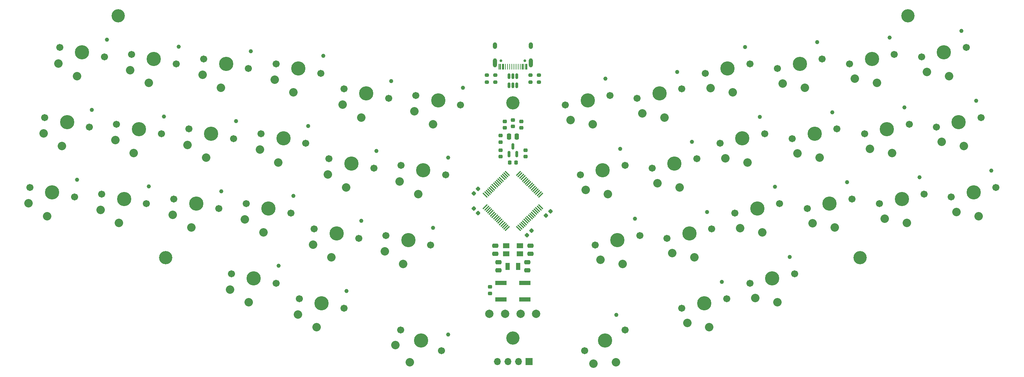
<source format=gbr>
%TF.GenerationSoftware,KiCad,Pcbnew,7.0.2*%
%TF.CreationDate,2023-06-24T23:52:28+10:00*%
%TF.ProjectId,keyboard,6b657962-6f61-4726-942e-6b696361645f,v1.0.0*%
%TF.SameCoordinates,Original*%
%TF.FileFunction,Soldermask,Top*%
%TF.FilePolarity,Negative*%
%FSLAX46Y46*%
G04 Gerber Fmt 4.6, Leading zero omitted, Abs format (unit mm)*
G04 Created by KiCad (PCBNEW 7.0.2) date 2023-06-24 23:52:28*
%MOMM*%
%LPD*%
G01*
G04 APERTURE LIST*
G04 Aperture macros list*
%AMRoundRect*
0 Rectangle with rounded corners*
0 $1 Rounding radius*
0 $2 $3 $4 $5 $6 $7 $8 $9 X,Y pos of 4 corners*
0 Add a 4 corners polygon primitive as box body*
4,1,4,$2,$3,$4,$5,$6,$7,$8,$9,$2,$3,0*
0 Add four circle primitives for the rounded corners*
1,1,$1+$1,$2,$3*
1,1,$1+$1,$4,$5*
1,1,$1+$1,$6,$7*
1,1,$1+$1,$8,$9*
0 Add four rect primitives between the rounded corners*
20,1,$1+$1,$2,$3,$4,$5,0*
20,1,$1+$1,$4,$5,$6,$7,0*
20,1,$1+$1,$6,$7,$8,$9,0*
20,1,$1+$1,$8,$9,$2,$3,0*%
G04 Aperture macros list end*
%ADD10R,2.800000X1.000000*%
%ADD11RoundRect,0.225000X0.250000X-0.225000X0.250000X0.225000X-0.250000X0.225000X-0.250000X-0.225000X0*%
%ADD12R,1.700000X1.700000*%
%ADD13O,1.700000X1.700000*%
%ADD14C,1.701800*%
%ADD15C,3.429000*%
%ADD16C,0.990600*%
%ADD17C,2.032000*%
%ADD18R,1.000000X1.800000*%
%ADD19RoundRect,0.225000X-0.017678X0.335876X-0.335876X0.017678X0.017678X-0.335876X0.335876X-0.017678X0*%
%ADD20C,2.000000*%
%ADD21RoundRect,0.225000X0.017678X-0.335876X0.335876X-0.017678X-0.017678X0.335876X-0.335876X0.017678X0*%
%ADD22RoundRect,0.150000X-0.150000X0.512500X-0.150000X-0.512500X0.150000X-0.512500X0.150000X0.512500X0*%
%ADD23RoundRect,0.150000X0.150000X-0.587500X0.150000X0.587500X-0.150000X0.587500X-0.150000X-0.587500X0*%
%ADD24RoundRect,0.250000X0.475000X-0.250000X0.475000X0.250000X-0.475000X0.250000X-0.475000X-0.250000X0*%
%ADD25RoundRect,0.200000X-0.275000X0.200000X-0.275000X-0.200000X0.275000X-0.200000X0.275000X0.200000X0*%
%ADD26RoundRect,0.075000X-0.441942X-0.548008X0.548008X0.441942X0.441942X0.548008X-0.548008X-0.441942X0*%
%ADD27RoundRect,0.075000X0.441942X-0.548008X0.548008X-0.441942X-0.441942X0.548008X-0.548008X0.441942X0*%
%ADD28RoundRect,0.250000X-0.475000X0.250000X-0.475000X-0.250000X0.475000X-0.250000X0.475000X0.250000X0*%
%ADD29RoundRect,0.225000X0.335876X0.017678X0.017678X0.335876X-0.335876X-0.017678X-0.017678X-0.335876X0*%
%ADD30RoundRect,0.225000X-0.250000X0.225000X-0.250000X-0.225000X0.250000X-0.225000X0.250000X0.225000X0*%
%ADD31RoundRect,0.225000X0.225000X0.250000X-0.225000X0.250000X-0.225000X-0.250000X0.225000X-0.250000X0*%
%ADD32C,3.200000*%
%ADD33RoundRect,0.250000X0.250000X0.475000X-0.250000X0.475000X-0.250000X-0.475000X0.250000X-0.475000X0*%
%ADD34C,0.650000*%
%ADD35R,0.250000X1.450000*%
%ADD36R,0.300000X1.450000*%
%ADD37RoundRect,0.500000X0.000000X0.600000X0.000000X0.600000X0.000000X-0.600000X0.000000X-0.600000X0*%
%ADD38RoundRect,0.500000X0.000000X0.300000X0.000000X0.300000X0.000000X-0.300000X0.000000X-0.300000X0*%
%ADD39RoundRect,0.218750X-0.256250X0.218750X-0.256250X-0.218750X0.256250X-0.218750X0.256250X0.218750X0*%
%ADD40R,1.600000X1.300000*%
G04 APERTURE END LIST*
D10*
%TO.C,SW43*%
X202899987Y-123750000D03*
X197099987Y-123750000D03*
X202899987Y-119750000D03*
X197099987Y-119750000D03*
%TD*%
D11*
%TO.C,C17*%
X194500000Y-120725000D03*
X194500000Y-122275000D03*
%TD*%
D12*
%TO.C,J2*%
X203849987Y-138750000D03*
D13*
X201309987Y-138750000D03*
X198769987Y-138750000D03*
X196229987Y-138750000D03*
%TD*%
D14*
%TO.C,SW38*%
X284634453Y-83784728D03*
D15*
X290014265Y-82641214D03*
D16*
X294246966Y-77447695D03*
D14*
X295394077Y-81497700D03*
D17*
X291240944Y-88412285D03*
X285913591Y-87397733D03*
%TD*%
D14*
%TO.C,SW1*%
X90903533Y-62994472D03*
D15*
X96283345Y-64137986D03*
D16*
X102262505Y-61115065D03*
D14*
X101663157Y-65281500D03*
D17*
X95056666Y-69909057D03*
X90602543Y-66815388D03*
%TD*%
D14*
%TO.C,SW40*%
X298336846Y-65281500D03*
D15*
X303716658Y-64137986D03*
D16*
X307949359Y-58944467D03*
D14*
X309096470Y-62994472D03*
D17*
X304943337Y-69909057D03*
X299615984Y-68894505D03*
%TD*%
D18*
%TO.C,Y2*%
X198750000Y-115750000D03*
X201250000Y-115750000D03*
%TD*%
D19*
%TO.C,C10*%
X191648008Y-97051992D03*
X190551992Y-98148008D03*
%TD*%
D14*
%TO.C,SW9*%
X118412274Y-99511854D03*
D15*
X123792086Y-100655368D03*
D16*
X129771246Y-97632447D03*
D14*
X129171898Y-101798882D03*
D17*
X122565407Y-106426439D03*
X118111284Y-103332770D03*
%TD*%
D14*
%TO.C,SW11*%
X139391576Y-83779915D03*
D15*
X144771388Y-84923429D03*
D16*
X150750548Y-81900508D03*
D14*
X150151200Y-86066943D03*
D17*
X143544709Y-90694500D03*
X139090586Y-87600831D03*
%TD*%
D14*
%TO.C,SW16*%
X152158367Y-106684807D03*
D15*
X157538179Y-107828321D03*
D16*
X163517339Y-104805400D03*
D14*
X162917991Y-108971835D03*
D17*
X156311500Y-113599392D03*
X151857377Y-110505723D03*
%TD*%
D14*
%TO.C,SW34*%
X263655151Y-68052790D03*
D15*
X269034963Y-66909276D03*
D16*
X273267664Y-61715757D03*
D14*
X274414775Y-65765762D03*
D17*
X270261642Y-72680347D03*
X264934289Y-71665795D03*
%TD*%
D20*
%TO.C,TP3*%
X205600000Y-127250000D03*
%TD*%
D14*
%TO.C,SW15*%
X155744843Y-89811761D03*
D15*
X161124655Y-90955275D03*
D16*
X167103815Y-87932354D03*
D14*
X166504467Y-92098789D03*
D17*
X159897976Y-96726346D03*
X155443853Y-93632677D03*
%TD*%
D21*
%TO.C,C12*%
X203351992Y-108248008D03*
X204448008Y-107151992D03*
%TD*%
D22*
%TO.C,U2*%
X200950002Y-69862500D03*
X200000002Y-69862500D03*
X199050002Y-69862500D03*
X199050002Y-72137500D03*
X200000002Y-72137500D03*
X200950002Y-72137500D03*
%TD*%
D23*
%TO.C,U1*%
X199050000Y-88687500D03*
X200950000Y-88687500D03*
X200000000Y-86812500D03*
%TD*%
D24*
%TO.C,C6*%
X195750000Y-112700000D03*
X195750000Y-110800000D03*
%TD*%
D25*
%TO.C,R3*%
X195750000Y-69675000D03*
X195750000Y-71325000D03*
%TD*%
D20*
%TO.C,TP2*%
X198100000Y-127250000D03*
%TD*%
D14*
%TO.C,SW20*%
X169447236Y-108314989D03*
D15*
X174827048Y-109458503D03*
D16*
X180806208Y-106435582D03*
D14*
X180206860Y-110602017D03*
D17*
X173600369Y-115229574D03*
X169146246Y-112135905D03*
%TD*%
D14*
%TO.C,SW14*%
X159331320Y-72938715D03*
D15*
X164711132Y-74082229D03*
D16*
X170690292Y-71059308D03*
D14*
X170090944Y-75225743D03*
D17*
X163484453Y-79853300D03*
X159030330Y-76759631D03*
%TD*%
D14*
%TO.C,SW32*%
X253435279Y-102939989D03*
D15*
X258815091Y-101796475D03*
D16*
X263047792Y-96602956D03*
D14*
X264194903Y-100652961D03*
D17*
X260041770Y-107567546D03*
X254714417Y-106552994D03*
%TD*%
D14*
%TO.C,SW3*%
X83730580Y-96740565D03*
D15*
X89110392Y-97884079D03*
D16*
X95089552Y-94861158D03*
D14*
X94490204Y-99027593D03*
D17*
X87883713Y-103655150D03*
X83429590Y-100561481D03*
%TD*%
D14*
%TO.C,SW21*%
X172969724Y-131122243D03*
D15*
X177870260Y-133619191D03*
D16*
X184428074Y-132246794D03*
D14*
X182770796Y-136116139D03*
D17*
X175191716Y-138876129D03*
X171690063Y-134735063D03*
%TD*%
D11*
%TO.C,C2*%
X202000000Y-82370000D03*
X202000000Y-80820000D03*
%TD*%
D14*
%TO.C,SW5*%
X104605926Y-81497700D03*
D15*
X109985738Y-82641214D03*
D16*
X115964898Y-79618293D03*
D14*
X115365550Y-83784728D03*
D17*
X108759059Y-88412285D03*
X104304936Y-85318616D03*
%TD*%
D14*
%TO.C,SW36*%
X270828105Y-101798882D03*
D15*
X276207917Y-100655368D03*
D16*
X280440618Y-95461849D03*
D14*
X281587729Y-99511854D03*
D17*
X277434596Y-106426439D03*
X272107243Y-105411887D03*
%TD*%
D14*
%TO.C,SW7*%
X125585228Y-65765762D03*
D15*
X130965040Y-66909276D03*
D16*
X136944200Y-63886355D03*
D14*
X136344852Y-68052790D03*
D17*
X129738361Y-72680347D03*
X125284238Y-69586678D03*
%TD*%
D20*
%TO.C,TP4*%
X201850000Y-127250000D03*
%TD*%
D14*
%TO.C,SW4*%
X108192402Y-64624654D03*
D15*
X113572214Y-65768168D03*
D16*
X119551374Y-62745247D03*
D14*
X118952026Y-66911682D03*
D17*
X112345535Y-71539239D03*
X107891412Y-68445570D03*
%TD*%
D26*
%TO.C,U3*%
X193335519Y-101361181D03*
X193689072Y-101714734D03*
X194042625Y-102068287D03*
X194396179Y-102421841D03*
X194749732Y-102775394D03*
X195103286Y-103128948D03*
X195456839Y-103482501D03*
X195810392Y-103836054D03*
X196163946Y-104189608D03*
X196517499Y-104543161D03*
X196871052Y-104896714D03*
X197224606Y-105250268D03*
X197578159Y-105603821D03*
X197931713Y-105957375D03*
X198285266Y-106310928D03*
X198638819Y-106664481D03*
D27*
X201361181Y-106664481D03*
X201714734Y-106310928D03*
X202068287Y-105957375D03*
X202421841Y-105603821D03*
X202775394Y-105250268D03*
X203128948Y-104896714D03*
X203482501Y-104543161D03*
X203836054Y-104189608D03*
X204189608Y-103836054D03*
X204543161Y-103482501D03*
X204896714Y-103128948D03*
X205250268Y-102775394D03*
X205603821Y-102421841D03*
X205957375Y-102068287D03*
X206310928Y-101714734D03*
X206664481Y-101361181D03*
D26*
X206664481Y-98638819D03*
X206310928Y-98285266D03*
X205957375Y-97931713D03*
X205603821Y-97578159D03*
X205250268Y-97224606D03*
X204896714Y-96871052D03*
X204543161Y-96517499D03*
X204189608Y-96163946D03*
X203836054Y-95810392D03*
X203482501Y-95456839D03*
X203128948Y-95103286D03*
X202775394Y-94749732D03*
X202421841Y-94396179D03*
X202068287Y-94042625D03*
X201714734Y-93689072D03*
X201361181Y-93335519D03*
D27*
X198638819Y-93335519D03*
X198285266Y-93689072D03*
X197931713Y-94042625D03*
X197578159Y-94396179D03*
X197224606Y-94749732D03*
X196871052Y-95103286D03*
X196517499Y-95456839D03*
X196163946Y-95810392D03*
X195810392Y-96163946D03*
X195456839Y-96517499D03*
X195103286Y-96871052D03*
X194749732Y-97224606D03*
X194396179Y-97578159D03*
X194042625Y-97931713D03*
X193689072Y-98285266D03*
X193335519Y-98638819D03*
%TD*%
D28*
%TO.C,C8*%
X204250000Y-110800000D03*
X204250000Y-112700000D03*
%TD*%
D14*
%TO.C,SW19*%
X173033713Y-91441942D03*
D15*
X178413525Y-92585456D03*
D16*
X184392685Y-89562535D03*
D14*
X183793337Y-93728970D03*
D17*
X177186846Y-98356527D03*
X172732723Y-95262858D03*
%TD*%
D11*
%TO.C,C16*%
X203000000Y-89275000D03*
X203000000Y-87725000D03*
%TD*%
D14*
%TO.C,SW27*%
X233495536Y-92098789D03*
D15*
X238875348Y-90955275D03*
D16*
X243108049Y-85761756D03*
D14*
X244255160Y-89811761D03*
D17*
X240102027Y-96726346D03*
X234774674Y-95711794D03*
%TD*%
D25*
%TO.C,R4*%
X193750000Y-69675000D03*
X193750000Y-71325000D03*
%TD*%
%TO.C,R2*%
X206250000Y-69675000D03*
X206250000Y-71325000D03*
%TD*%
D29*
%TO.C,C11*%
X191648008Y-102948008D03*
X190551992Y-101851992D03*
%TD*%
D14*
%TO.C,SW17*%
X148571890Y-123557853D03*
D15*
X153951702Y-124701367D03*
D16*
X159930862Y-121678446D03*
D14*
X159331514Y-125844881D03*
D17*
X152725023Y-130472438D03*
X148270900Y-127378769D03*
%TD*%
D25*
%TO.C,R1*%
X204250000Y-69675000D03*
X204250000Y-71325000D03*
%TD*%
D20*
%TO.C,TP1*%
X194350000Y-127250000D03*
%TD*%
D14*
%TO.C,SW22*%
X212620189Y-76855924D03*
D15*
X218000001Y-75712410D03*
D16*
X222232702Y-70518891D03*
D14*
X223379813Y-74568896D03*
D17*
X219226680Y-81483481D03*
X213899327Y-80468929D03*
%TD*%
D14*
%TO.C,SW23*%
X216206666Y-93728970D03*
D15*
X221586478Y-92585456D03*
D16*
X225819179Y-87391937D03*
D14*
X226966290Y-91441942D03*
D17*
X222813157Y-98356527D03*
X217485804Y-97341975D03*
%TD*%
D30*
%TO.C,C1*%
X198000000Y-80820000D03*
X198000000Y-82370000D03*
%TD*%
D31*
%TO.C,C13*%
X200775000Y-90750000D03*
X199225000Y-90750000D03*
%TD*%
D14*
%TO.C,SW2*%
X87317056Y-79867519D03*
D15*
X92696868Y-81011033D03*
D16*
X98676028Y-77988112D03*
D14*
X98076680Y-82154547D03*
D17*
X91470189Y-86782104D03*
X87016066Y-83688435D03*
%TD*%
D32*
%TO.C,H6*%
X283572322Y-113658369D03*
%TD*%
D14*
%TO.C,SW25*%
X217229207Y-136116139D03*
D15*
X222129743Y-133619191D03*
D16*
X224874037Y-127507133D03*
D14*
X227030279Y-131122243D03*
D17*
X224808287Y-138876129D03*
X219399874Y-139274968D03*
%TD*%
D28*
%TO.C,C7*%
X196500000Y-114800000D03*
X196500000Y-116700000D03*
%TD*%
D14*
%TO.C,SW33*%
X257021756Y-119813036D03*
D15*
X262401568Y-118669522D03*
D16*
X266634269Y-113476003D03*
D14*
X267781380Y-117526008D03*
D17*
X263628247Y-124440593D03*
X258300894Y-123426041D03*
%TD*%
D30*
%TO.C,C5*%
X197000000Y-87725000D03*
X197000000Y-89275000D03*
%TD*%
D32*
%TO.C,H1*%
X104960704Y-55298957D03*
%TD*%
D33*
%TO.C,C3*%
X200950000Y-84500000D03*
X199050000Y-84500000D03*
%TD*%
D28*
%TO.C,C9*%
X203500000Y-114800000D03*
X203500000Y-116700000D03*
%TD*%
D14*
%TO.C,SW18*%
X176620189Y-74568896D03*
D15*
X182000001Y-75712410D03*
D16*
X187979161Y-72689489D03*
D14*
X187379813Y-76855924D03*
D17*
X180773322Y-81483481D03*
X176319199Y-78389812D03*
%TD*%
D14*
%TO.C,SW10*%
X142978053Y-66906869D03*
D15*
X148357865Y-68050383D03*
D16*
X154337025Y-65027462D03*
D14*
X153737677Y-69193897D03*
D17*
X147131186Y-73821454D03*
X142677063Y-70727785D03*
%TD*%
D32*
%TO.C,H5*%
X295039299Y-55298957D03*
%TD*%
D14*
%TO.C,SW8*%
X121998751Y-82638808D03*
D15*
X127378563Y-83782322D03*
D16*
X133357723Y-80759401D03*
D14*
X132758375Y-84925836D03*
D17*
X126151884Y-89553393D03*
X121697761Y-86459724D03*
%TD*%
D14*
%TO.C,SW42*%
X305509799Y-99027593D03*
D15*
X310889611Y-97884079D03*
D16*
X315122312Y-92690560D03*
D14*
X316269423Y-96740565D03*
D17*
X312116290Y-103655150D03*
X306788937Y-102640598D03*
%TD*%
D34*
%TO.C,J1*%
X202900000Y-66150000D03*
X197100000Y-66150000D03*
D35*
X203375000Y-67600000D03*
X202575000Y-67600000D03*
X201250000Y-67600000D03*
X200250000Y-67600000D03*
X199750000Y-67600000D03*
X198750000Y-67600000D03*
X197425000Y-67600000D03*
X196625000Y-67600000D03*
D36*
X196900000Y-67600000D03*
X197700000Y-67600000D03*
D35*
X198250000Y-67600000D03*
X199250000Y-67600000D03*
X200750000Y-67600000D03*
X201750000Y-67600000D03*
D36*
X202300000Y-67600000D03*
X203100000Y-67600000D03*
D37*
X204320000Y-66680000D03*
D38*
X204320000Y-62500000D03*
D37*
X195680000Y-66680000D03*
D38*
X195680000Y-62500000D03*
%TD*%
D14*
%TO.C,SW12*%
X135805100Y-100652961D03*
D15*
X141184912Y-101796475D03*
D16*
X147164072Y-98773554D03*
D14*
X146564724Y-102939989D03*
D17*
X139958233Y-107567546D03*
X135504110Y-104473877D03*
%TD*%
D14*
%TO.C,SW39*%
X288220930Y-100657774D03*
D15*
X293600742Y-99514260D03*
D16*
X297833443Y-94320741D03*
D14*
X298980554Y-98370746D03*
D17*
X294827421Y-105285331D03*
X289500068Y-104270779D03*
%TD*%
D39*
%TO.C,FB1*%
X200000000Y-80462500D03*
X200000000Y-82037500D03*
%TD*%
D40*
%TO.C,Y1*%
X198350000Y-112750000D03*
X201650000Y-112750000D03*
X201650000Y-110750000D03*
X198350000Y-110750000D03*
%TD*%
D14*
%TO.C,SW24*%
X219793143Y-110602017D03*
D15*
X225172955Y-109458503D03*
D16*
X229405656Y-104264984D03*
D14*
X230552767Y-108314989D03*
D17*
X226399634Y-115229574D03*
X221072281Y-114215022D03*
%TD*%
D14*
%TO.C,SW35*%
X267241628Y-84925836D03*
D15*
X272621440Y-83782322D03*
D16*
X276854141Y-78588803D03*
D14*
X278001252Y-82638808D03*
D17*
X273848119Y-89553393D03*
X268520766Y-88538841D03*
%TD*%
D14*
%TO.C,SW28*%
X237082012Y-108971835D03*
D15*
X242461824Y-107828321D03*
D16*
X246694525Y-102634802D03*
D14*
X247841636Y-106684807D03*
D17*
X243688503Y-113599392D03*
X238361150Y-112584840D03*
%TD*%
D11*
%TO.C,C4*%
X197000000Y-85775000D03*
X197000000Y-84225000D03*
%TD*%
D14*
%TO.C,SW37*%
X281047977Y-66911682D03*
D15*
X286427789Y-65768168D03*
D16*
X290660490Y-60574649D03*
D14*
X291807601Y-64624654D03*
D17*
X287654468Y-71539239D03*
X282327115Y-70524687D03*
%TD*%
D32*
%TO.C,H3*%
X200000002Y-76336118D03*
%TD*%
D14*
%TO.C,SW13*%
X132218623Y-117526008D03*
D15*
X137598435Y-118669522D03*
D16*
X143577595Y-115646601D03*
D14*
X142978247Y-119813036D03*
D17*
X136371756Y-124440593D03*
X131917633Y-121346924D03*
%TD*%
D14*
%TO.C,SW26*%
X229909059Y-75225743D03*
D15*
X235288871Y-74082229D03*
D16*
X239521572Y-68888710D03*
D14*
X240668683Y-72938715D03*
D17*
X236515550Y-79853300D03*
X231188197Y-78838748D03*
%TD*%
D21*
%TO.C,C14*%
X207951992Y-103548008D03*
X209048008Y-102451992D03*
%TD*%
D14*
%TO.C,SW6*%
X101019449Y-98370746D03*
D15*
X106399261Y-99514260D03*
D16*
X112378421Y-96491339D03*
D14*
X111779073Y-100657774D03*
D17*
X105172582Y-105285331D03*
X100718459Y-102191662D03*
%TD*%
D32*
%TO.C,H2*%
X116427681Y-113658369D03*
%TD*%
D14*
%TO.C,SW30*%
X246262326Y-69193897D03*
D15*
X251642138Y-68050383D03*
D16*
X255874839Y-62856864D03*
D14*
X257021950Y-66906869D03*
D17*
X252868817Y-73821454D03*
X247541464Y-72806902D03*
%TD*%
D14*
%TO.C,SW31*%
X249848803Y-86066943D03*
D15*
X255228615Y-84923429D03*
D16*
X259461316Y-79729910D03*
D14*
X260608427Y-83779915D03*
D17*
X256455294Y-90694500D03*
X251127941Y-89679948D03*
%TD*%
D32*
%TO.C,H4*%
X200000002Y-133098867D03*
%TD*%
D14*
%TO.C,SW41*%
X301923323Y-82154547D03*
D15*
X307303135Y-81011033D03*
D16*
X311535836Y-75817514D03*
D14*
X312682947Y-79867519D03*
D17*
X308529814Y-86782104D03*
X303202461Y-85767552D03*
%TD*%
D14*
%TO.C,SW29*%
X240668489Y-125844881D03*
D15*
X246048301Y-124701367D03*
D16*
X250281002Y-119507848D03*
D14*
X251428113Y-123557853D03*
D17*
X247274980Y-130472438D03*
X241947627Y-129457886D03*
%TD*%
M02*

</source>
